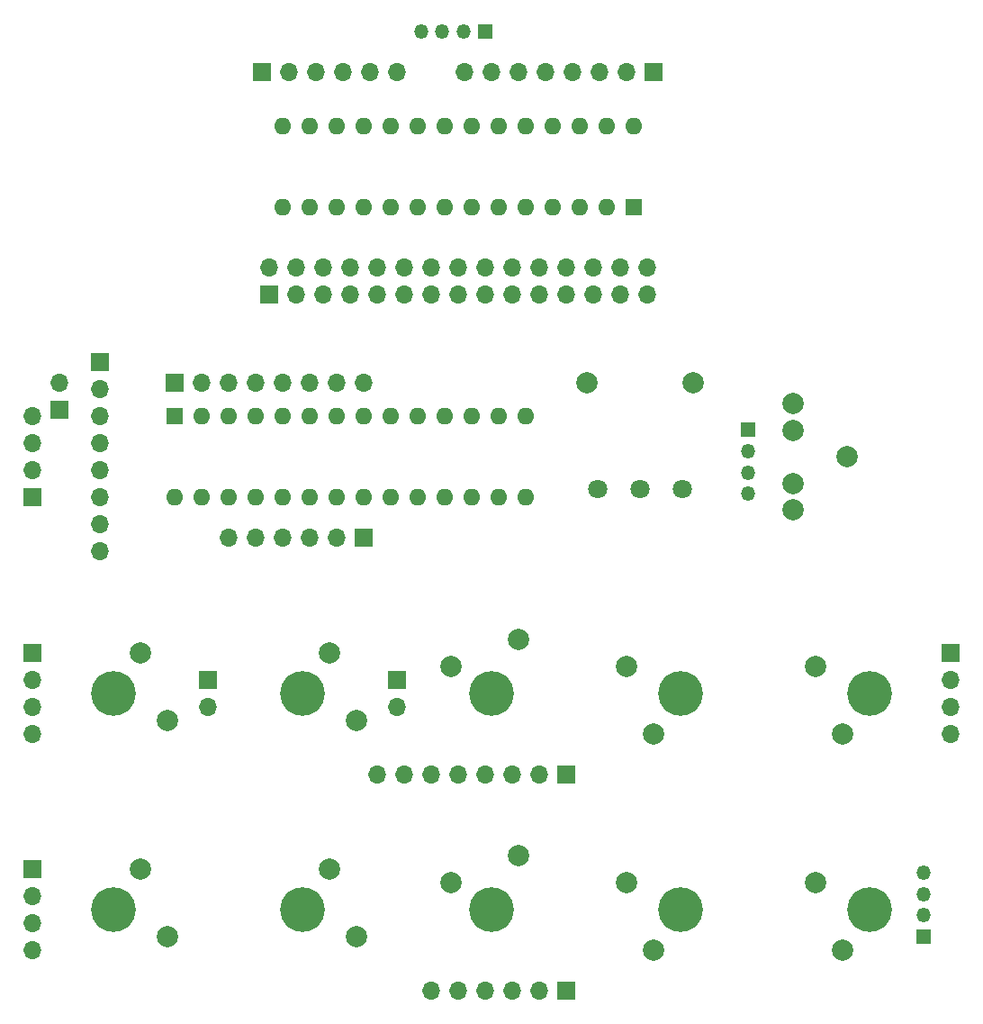
<source format=gbs>
G04 #@! TF.GenerationSoftware,KiCad,Pcbnew,(5.1.8)-1*
G04 #@! TF.CreationDate,2021-10-10T22:10:11+09:00*
G04 #@! TF.ProjectId,windsynth,77696e64-7379-46e7-9468-2e6b69636164,rev?*
G04 #@! TF.SameCoordinates,Original*
G04 #@! TF.FileFunction,Soldermask,Bot*
G04 #@! TF.FilePolarity,Negative*
%FSLAX46Y46*%
G04 Gerber Fmt 4.6, Leading zero omitted, Abs format (unit mm)*
G04 Created by KiCad (PCBNEW (5.1.8)-1) date 2021-10-10 22:10:11*
%MOMM*%
%LPD*%
G01*
G04 APERTURE LIST*
%ADD10R,1.700000X1.700000*%
%ADD11O,1.700000X1.700000*%
%ADD12C,2.000000*%
%ADD13C,4.200000*%
%ADD14R,1.600000X1.600000*%
%ADD15O,1.600000X1.600000*%
%ADD16C,1.800000*%
%ADD17O,1.350000X1.350000*%
%ADD18R,1.350000X1.350000*%
G04 APERTURE END LIST*
D10*
G04 #@! TO.C,J10*
X114935000Y-75565000D03*
D11*
X114935000Y-78105000D03*
X114935000Y-80645000D03*
X114935000Y-83185000D03*
X114935000Y-85725000D03*
X114935000Y-88265000D03*
X114935000Y-90805000D03*
X114935000Y-93345000D03*
G04 #@! TD*
D12*
G04 #@! TO.C,SW1*
X184785000Y-130810000D03*
X182245000Y-124460000D03*
D13*
X187325000Y-127000000D03*
G04 #@! TD*
D12*
G04 #@! TO.C,SW2*
X167005000Y-130810000D03*
X164465000Y-124460000D03*
D13*
X169545000Y-127000000D03*
G04 #@! TD*
G04 #@! TO.C,SW3*
X151765000Y-127000000D03*
D12*
X154305000Y-121920000D03*
X147955000Y-124460000D03*
G04 #@! TD*
G04 #@! TO.C,SW4*
X136525000Y-123190000D03*
X139065000Y-129540000D03*
D13*
X133985000Y-127000000D03*
G04 #@! TD*
G04 #@! TO.C,SW5*
X116205000Y-127000000D03*
D12*
X121285000Y-129540000D03*
X118745000Y-123190000D03*
G04 #@! TD*
G04 #@! TO.C,SW6*
X184785000Y-110490000D03*
X182245000Y-104140000D03*
D13*
X187325000Y-106680000D03*
G04 #@! TD*
G04 #@! TO.C,SW7*
X169545000Y-106680000D03*
D12*
X164465000Y-104140000D03*
X167005000Y-110490000D03*
G04 #@! TD*
G04 #@! TO.C,SW8*
X147955000Y-104140000D03*
X154305000Y-101600000D03*
D13*
X151765000Y-106680000D03*
G04 #@! TD*
G04 #@! TO.C,SW9*
X133985000Y-106680000D03*
D12*
X139065000Y-109220000D03*
X136525000Y-102870000D03*
G04 #@! TD*
G04 #@! TO.C,SW10*
X118745000Y-102870000D03*
X121285000Y-109220000D03*
D13*
X116205000Y-106680000D03*
G04 #@! TD*
D14*
G04 #@! TO.C,U1*
X121920000Y-80645000D03*
D15*
X154940000Y-88265000D03*
X124460000Y-80645000D03*
X152400000Y-88265000D03*
X127000000Y-80645000D03*
X149860000Y-88265000D03*
X129540000Y-80645000D03*
X147320000Y-88265000D03*
X132080000Y-80645000D03*
X144780000Y-88265000D03*
X134620000Y-80645000D03*
X142240000Y-88265000D03*
X137160000Y-80645000D03*
X139700000Y-88265000D03*
X139700000Y-80645000D03*
X137160000Y-88265000D03*
X142240000Y-80645000D03*
X134620000Y-88265000D03*
X144780000Y-80645000D03*
X132080000Y-88265000D03*
X147320000Y-80645000D03*
X129540000Y-88265000D03*
X149860000Y-80645000D03*
X127000000Y-88265000D03*
X152400000Y-80645000D03*
X124460000Y-88265000D03*
X154940000Y-80645000D03*
X121920000Y-88265000D03*
G04 #@! TD*
D12*
G04 #@! TO.C,RV1*
X160735000Y-77510000D03*
D16*
X161735000Y-87510000D03*
X165735000Y-87510000D03*
X169735000Y-87510000D03*
D12*
X170735000Y-77510000D03*
G04 #@! TD*
D11*
G04 #@! TO.C,SW11*
X142875000Y-107950000D03*
D10*
X142875000Y-105410000D03*
G04 #@! TD*
G04 #@! TO.C,SW12*
X125095000Y-105410000D03*
D11*
X125095000Y-107950000D03*
G04 #@! TD*
D17*
G04 #@! TO.C,J1*
X192405000Y-123540000D03*
X192405000Y-125540000D03*
X192405000Y-127540000D03*
D18*
X192405000Y-129540000D03*
G04 #@! TD*
G04 #@! TO.C,J8*
X175895000Y-81915000D03*
D17*
X175895000Y-83915000D03*
X175895000Y-85915000D03*
X175895000Y-87915000D03*
G04 #@! TD*
D10*
G04 #@! TO.C,J2*
X108585000Y-123190000D03*
D11*
X108585000Y-125730000D03*
X108585000Y-128270000D03*
X108585000Y-130810000D03*
G04 #@! TD*
G04 #@! TO.C,J3*
X146050000Y-134620000D03*
X148590000Y-134620000D03*
X151130000Y-134620000D03*
X153670000Y-134620000D03*
X156210000Y-134620000D03*
D10*
X158750000Y-134620000D03*
G04 #@! TD*
D11*
G04 #@! TO.C,J4*
X194945000Y-110490000D03*
X194945000Y-107950000D03*
X194945000Y-105410000D03*
D10*
X194945000Y-102870000D03*
G04 #@! TD*
G04 #@! TO.C,J5*
X108585000Y-102870000D03*
D11*
X108585000Y-105410000D03*
X108585000Y-107950000D03*
X108585000Y-110490000D03*
G04 #@! TD*
D10*
G04 #@! TO.C,J6*
X158750000Y-114300000D03*
D11*
X156210000Y-114300000D03*
X153670000Y-114300000D03*
X151130000Y-114300000D03*
X148590000Y-114300000D03*
X146050000Y-114300000D03*
X143510000Y-114300000D03*
X140970000Y-114300000D03*
G04 #@! TD*
G04 #@! TO.C,J7*
X108585000Y-80645000D03*
X108585000Y-83185000D03*
X108585000Y-85725000D03*
D10*
X108585000Y-88265000D03*
G04 #@! TD*
D11*
G04 #@! TO.C,J9*
X139700000Y-77470000D03*
X137160000Y-77470000D03*
X134620000Y-77470000D03*
X132080000Y-77470000D03*
X129540000Y-77470000D03*
X127000000Y-77470000D03*
X124460000Y-77470000D03*
D10*
X121920000Y-77470000D03*
G04 #@! TD*
G04 #@! TO.C,J11*
X139700000Y-92075000D03*
D11*
X137160000Y-92075000D03*
X134620000Y-92075000D03*
X132080000Y-92075000D03*
X129540000Y-92075000D03*
X127000000Y-92075000D03*
G04 #@! TD*
D12*
G04 #@! TO.C,J12*
X185165000Y-84455000D03*
X180165000Y-89455000D03*
X180165000Y-86955000D03*
X180165000Y-81955000D03*
X180165000Y-79455000D03*
G04 #@! TD*
D10*
G04 #@! TO.C,J13*
X111125000Y-80010000D03*
D11*
X111125000Y-77470000D03*
G04 #@! TD*
D10*
G04 #@! TO.C,J14*
X130810000Y-69215000D03*
D11*
X130810000Y-66675000D03*
X133350000Y-69215000D03*
X133350000Y-66675000D03*
X135890000Y-69215000D03*
X135890000Y-66675000D03*
X138430000Y-69215000D03*
X138430000Y-66675000D03*
X140970000Y-69215000D03*
X140970000Y-66675000D03*
X143510000Y-69215000D03*
X143510000Y-66675000D03*
X146050000Y-69215000D03*
X146050000Y-66675000D03*
X148590000Y-69215000D03*
X148590000Y-66675000D03*
X151130000Y-69215000D03*
X151130000Y-66675000D03*
X153670000Y-69215000D03*
X153670000Y-66675000D03*
X156210000Y-69215000D03*
X156210000Y-66675000D03*
X158750000Y-69215000D03*
X158750000Y-66675000D03*
X161290000Y-69215000D03*
X161290000Y-66675000D03*
X163830000Y-69215000D03*
X163830000Y-66675000D03*
X166370000Y-69215000D03*
X166370000Y-66675000D03*
G04 #@! TD*
D18*
G04 #@! TO.C,J15*
X151130000Y-44450000D03*
D17*
X149130000Y-44450000D03*
X147130000Y-44450000D03*
X145130000Y-44450000D03*
G04 #@! TD*
D10*
G04 #@! TO.C,J16*
X130175000Y-48260000D03*
D11*
X132715000Y-48260000D03*
X135255000Y-48260000D03*
X137795000Y-48260000D03*
X140335000Y-48260000D03*
X142875000Y-48260000D03*
G04 #@! TD*
D10*
G04 #@! TO.C,J17*
X167005000Y-48260000D03*
D11*
X164465000Y-48260000D03*
X161925000Y-48260000D03*
X159385000Y-48260000D03*
X156845000Y-48260000D03*
X154305000Y-48260000D03*
X151765000Y-48260000D03*
X149225000Y-48260000D03*
G04 #@! TD*
D14*
G04 #@! TO.C,U2*
X165100000Y-60960000D03*
D15*
X132080000Y-53340000D03*
X162560000Y-60960000D03*
X134620000Y-53340000D03*
X160020000Y-60960000D03*
X137160000Y-53340000D03*
X157480000Y-60960000D03*
X139700000Y-53340000D03*
X154940000Y-60960000D03*
X142240000Y-53340000D03*
X152400000Y-60960000D03*
X144780000Y-53340000D03*
X149860000Y-60960000D03*
X147320000Y-53340000D03*
X147320000Y-60960000D03*
X149860000Y-53340000D03*
X144780000Y-60960000D03*
X152400000Y-53340000D03*
X142240000Y-60960000D03*
X154940000Y-53340000D03*
X139700000Y-60960000D03*
X157480000Y-53340000D03*
X137160000Y-60960000D03*
X160020000Y-53340000D03*
X134620000Y-60960000D03*
X162560000Y-53340000D03*
X132080000Y-60960000D03*
X165100000Y-53340000D03*
G04 #@! TD*
M02*

</source>
